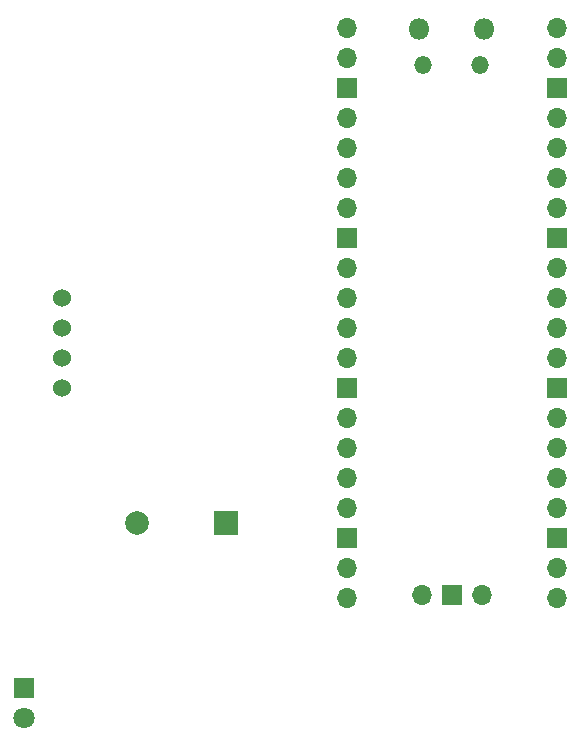
<source format=gbr>
%TF.GenerationSoftware,KiCad,Pcbnew,(7.0.0)*%
%TF.CreationDate,2023-11-05T01:23:08-04:00*%
%TF.ProjectId,Ultrasonic_ruler,556c7472-6173-46f6-9e69-635f72756c65,rev?*%
%TF.SameCoordinates,Original*%
%TF.FileFunction,Soldermask,Bot*%
%TF.FilePolarity,Negative*%
%FSLAX46Y46*%
G04 Gerber Fmt 4.6, Leading zero omitted, Abs format (unit mm)*
G04 Created by KiCad (PCBNEW (7.0.0)) date 2023-11-05 01:23:08*
%MOMM*%
%LPD*%
G01*
G04 APERTURE LIST*
%ADD10C,1.530000*%
%ADD11R,2.000000X2.000000*%
%ADD12C,2.000000*%
%ADD13R,1.800000X1.800000*%
%ADD14C,1.800000*%
%ADD15O,1.800000X1.800000*%
%ADD16O,1.500000X1.500000*%
%ADD17O,1.700000X1.700000*%
%ADD18R,1.700000X1.700000*%
G04 APERTURE END LIST*
D10*
%TO.C,US SENSOR*%
X96520000Y-67310000D03*
X96520000Y-69850000D03*
X96520000Y-72390000D03*
X96520000Y-74930000D03*
%TD*%
D11*
%TO.C,BUZZER*%
X110479999Y-86359999D03*
D12*
X102880000Y-86360000D03*
%TD*%
D13*
%TO.C,LED*%
X93374999Y-100324999D03*
D14*
X93375000Y-102865000D03*
%TD*%
D15*
%TO.C,RP PICO*%
X126814999Y-44579999D03*
D16*
X127114999Y-47609999D03*
X131964999Y-47609999D03*
D15*
X132264999Y-44579999D03*
D17*
X120649999Y-44449999D03*
X120649999Y-46989999D03*
D18*
X120649999Y-49529999D03*
D17*
X120649999Y-52069999D03*
X120649999Y-54609999D03*
X120649999Y-57149999D03*
X120649999Y-59689999D03*
D18*
X120649999Y-62229999D03*
D17*
X120649999Y-64769999D03*
X120649999Y-67309999D03*
X120649999Y-69849999D03*
X120649999Y-72389999D03*
D18*
X120649999Y-74929999D03*
D17*
X120649999Y-77469999D03*
X120649999Y-80009999D03*
X120649999Y-82549999D03*
X120649999Y-85089999D03*
D18*
X120649999Y-87629999D03*
D17*
X120649999Y-90169999D03*
X120649999Y-92709999D03*
X138429999Y-92709999D03*
X138429999Y-90169999D03*
D18*
X138429999Y-87629999D03*
D17*
X138429999Y-85089999D03*
X138429999Y-82549999D03*
X138429999Y-80009999D03*
X138429999Y-77469999D03*
D18*
X138429999Y-74929999D03*
D17*
X138429999Y-72389999D03*
X138429999Y-69849999D03*
X138429999Y-67309999D03*
X138429999Y-64769999D03*
D18*
X138429999Y-62229999D03*
D17*
X138429999Y-59689999D03*
X138429999Y-57149999D03*
X138429999Y-54609999D03*
X138429999Y-52069999D03*
D18*
X138429999Y-49529999D03*
D17*
X138429999Y-46989999D03*
X138429999Y-44449999D03*
X126999999Y-92479999D03*
D18*
X129539999Y-92479999D03*
D17*
X132079999Y-92479999D03*
%TD*%
M02*

</source>
